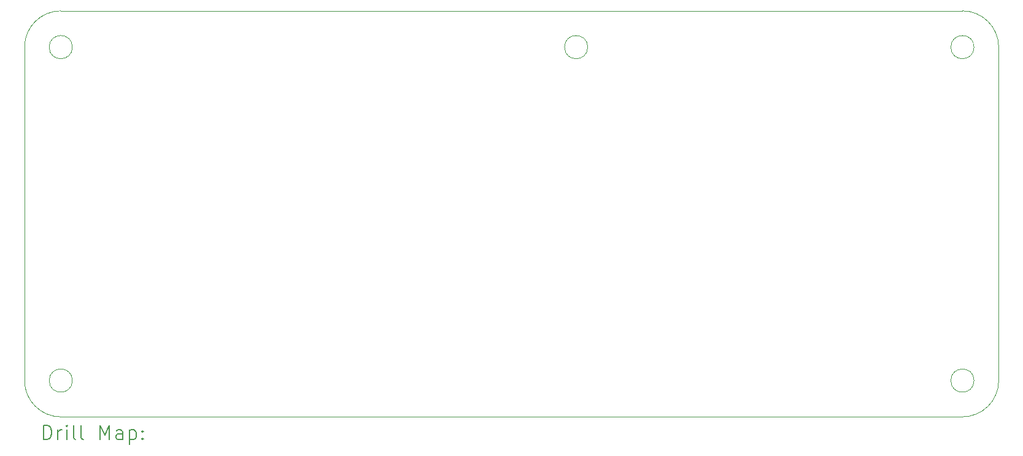
<source format=gbr>
%TF.GenerationSoftware,KiCad,Pcbnew,8.0.4*%
%TF.CreationDate,2025-03-19T10:06:30-07:00*%
%TF.ProjectId,aqp_controller,6171705f-636f-46e7-9472-6f6c6c65722e,rev0*%
%TF.SameCoordinates,Original*%
%TF.FileFunction,Drillmap*%
%TF.FilePolarity,Positive*%
%FSLAX45Y45*%
G04 Gerber Fmt 4.5, Leading zero omitted, Abs format (unit mm)*
G04 Created by KiCad (PCBNEW 8.0.4) date 2025-03-19 10:06:30*
%MOMM*%
%LPD*%
G01*
G04 APERTURE LIST*
%ADD10C,0.050000*%
%ADD11C,0.200000*%
G04 APERTURE END LIST*
D10*
X8460000Y-12275000D02*
G75*
G02*
X8140000Y-12275000I-160000J0D01*
G01*
X8140000Y-12275000D02*
G75*
G02*
X8460000Y-12275000I160000J0D01*
G01*
X8460000Y-7675000D02*
G75*
G02*
X8140000Y-7675000I-160000J0D01*
G01*
X8140000Y-7675000D02*
G75*
G02*
X8460000Y-7675000I160000J0D01*
G01*
X20900000Y-12275000D02*
G75*
G02*
X20580000Y-12275000I-160000J0D01*
G01*
X20580000Y-12275000D02*
G75*
G02*
X20900000Y-12275000I160000J0D01*
G01*
X15570000Y-7675000D02*
G75*
G02*
X15250000Y-7675000I-160000J0D01*
G01*
X15250000Y-7675000D02*
G75*
G02*
X15570000Y-7675000I160000J0D01*
G01*
X7800000Y-7675000D02*
G75*
G02*
X8300000Y-7175000I500000J0D01*
G01*
X8300000Y-12775000D02*
X20740000Y-12775000D01*
X7800000Y-12275000D02*
X7800000Y-7675000D01*
X8300000Y-12775000D02*
G75*
G02*
X7800000Y-12275000I0J500000D01*
G01*
X21240000Y-12275000D02*
G75*
G02*
X20740000Y-12775000I-500000J0D01*
G01*
X21240000Y-12275000D02*
X21240000Y-7675000D01*
X20900000Y-7675000D02*
G75*
G02*
X20580000Y-7675000I-160000J0D01*
G01*
X20580000Y-7675000D02*
G75*
G02*
X20900000Y-7675000I160000J0D01*
G01*
X20740000Y-7175000D02*
G75*
G02*
X21240000Y-7675000I0J-500000D01*
G01*
X20740000Y-7175000D02*
X8300000Y-7175000D01*
D11*
X8058277Y-13088984D02*
X8058277Y-12888984D01*
X8058277Y-12888984D02*
X8105896Y-12888984D01*
X8105896Y-12888984D02*
X8134467Y-12898508D01*
X8134467Y-12898508D02*
X8153515Y-12917555D01*
X8153515Y-12917555D02*
X8163039Y-12936603D01*
X8163039Y-12936603D02*
X8172562Y-12974698D01*
X8172562Y-12974698D02*
X8172562Y-13003269D01*
X8172562Y-13003269D02*
X8163039Y-13041365D01*
X8163039Y-13041365D02*
X8153515Y-13060412D01*
X8153515Y-13060412D02*
X8134467Y-13079460D01*
X8134467Y-13079460D02*
X8105896Y-13088984D01*
X8105896Y-13088984D02*
X8058277Y-13088984D01*
X8258277Y-13088984D02*
X8258277Y-12955650D01*
X8258277Y-12993746D02*
X8267801Y-12974698D01*
X8267801Y-12974698D02*
X8277324Y-12965174D01*
X8277324Y-12965174D02*
X8296372Y-12955650D01*
X8296372Y-12955650D02*
X8315420Y-12955650D01*
X8382086Y-13088984D02*
X8382086Y-12955650D01*
X8382086Y-12888984D02*
X8372562Y-12898508D01*
X8372562Y-12898508D02*
X8382086Y-12908031D01*
X8382086Y-12908031D02*
X8391610Y-12898508D01*
X8391610Y-12898508D02*
X8382086Y-12888984D01*
X8382086Y-12888984D02*
X8382086Y-12908031D01*
X8505896Y-13088984D02*
X8486848Y-13079460D01*
X8486848Y-13079460D02*
X8477324Y-13060412D01*
X8477324Y-13060412D02*
X8477324Y-12888984D01*
X8610658Y-13088984D02*
X8591610Y-13079460D01*
X8591610Y-13079460D02*
X8582086Y-13060412D01*
X8582086Y-13060412D02*
X8582086Y-12888984D01*
X8839229Y-13088984D02*
X8839229Y-12888984D01*
X8839229Y-12888984D02*
X8905896Y-13031841D01*
X8905896Y-13031841D02*
X8972563Y-12888984D01*
X8972563Y-12888984D02*
X8972563Y-13088984D01*
X9153515Y-13088984D02*
X9153515Y-12984222D01*
X9153515Y-12984222D02*
X9143991Y-12965174D01*
X9143991Y-12965174D02*
X9124944Y-12955650D01*
X9124944Y-12955650D02*
X9086848Y-12955650D01*
X9086848Y-12955650D02*
X9067801Y-12965174D01*
X9153515Y-13079460D02*
X9134467Y-13088984D01*
X9134467Y-13088984D02*
X9086848Y-13088984D01*
X9086848Y-13088984D02*
X9067801Y-13079460D01*
X9067801Y-13079460D02*
X9058277Y-13060412D01*
X9058277Y-13060412D02*
X9058277Y-13041365D01*
X9058277Y-13041365D02*
X9067801Y-13022317D01*
X9067801Y-13022317D02*
X9086848Y-13012793D01*
X9086848Y-13012793D02*
X9134467Y-13012793D01*
X9134467Y-13012793D02*
X9153515Y-13003269D01*
X9248753Y-12955650D02*
X9248753Y-13155650D01*
X9248753Y-12965174D02*
X9267801Y-12955650D01*
X9267801Y-12955650D02*
X9305896Y-12955650D01*
X9305896Y-12955650D02*
X9324944Y-12965174D01*
X9324944Y-12965174D02*
X9334467Y-12974698D01*
X9334467Y-12974698D02*
X9343991Y-12993746D01*
X9343991Y-12993746D02*
X9343991Y-13050888D01*
X9343991Y-13050888D02*
X9334467Y-13069936D01*
X9334467Y-13069936D02*
X9324944Y-13079460D01*
X9324944Y-13079460D02*
X9305896Y-13088984D01*
X9305896Y-13088984D02*
X9267801Y-13088984D01*
X9267801Y-13088984D02*
X9248753Y-13079460D01*
X9429705Y-13069936D02*
X9439229Y-13079460D01*
X9439229Y-13079460D02*
X9429705Y-13088984D01*
X9429705Y-13088984D02*
X9420182Y-13079460D01*
X9420182Y-13079460D02*
X9429705Y-13069936D01*
X9429705Y-13069936D02*
X9429705Y-13088984D01*
X9429705Y-12965174D02*
X9439229Y-12974698D01*
X9439229Y-12974698D02*
X9429705Y-12984222D01*
X9429705Y-12984222D02*
X9420182Y-12974698D01*
X9420182Y-12974698D02*
X9429705Y-12965174D01*
X9429705Y-12965174D02*
X9429705Y-12984222D01*
M02*

</source>
